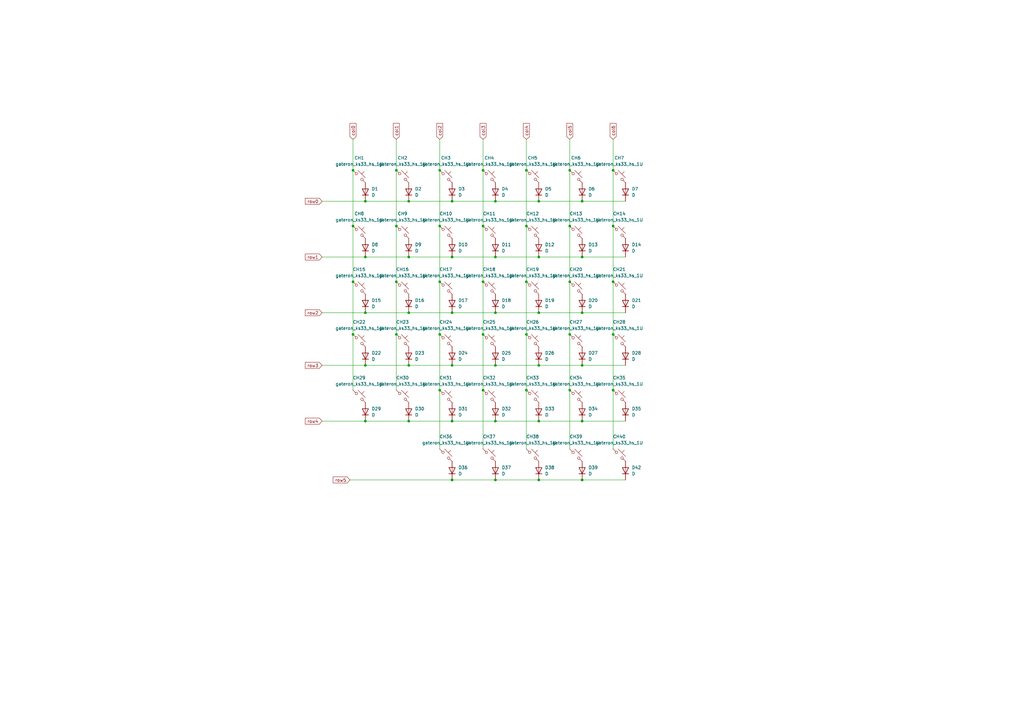
<source format=kicad_sch>
(kicad_sch (version 20250114) (generator "eeschema") (generator_version "9.0")
  (paper "A3")
  (lib_symbols
    (symbol "Device:D" (pin_numbers (hide yes)) (pin_names (offset 1.016) (hide yes))
      (property "Reference" "D" (at 0 2.54 0))
      (property "Value" "D" (at 0 -2.54 0))
      (symbol "D_0_1"
        (polyline (pts (xy -1.27 1.27) (xy -1.27 -1.27)) (stroke (width 0.254)))
        (polyline (pts (xy 1.27 1.27) (xy 1.27 -1.27) (xy -1.27 0) (xy 1.27 1.27)) (stroke (width 0.254)))
        (polyline (pts (xy 1.27 0) (xy -1.27 0)))
      )
      (symbol "D_1_1"
        (pin passive line (at -3.81 0 0) (length 2.54) (name "K") (number "1"))
        (pin passive line (at 3.81 0 180) (length 2.54) (name "A") (number "2"))
      )
    )
    (symbol "PCM_marbastlib-choc:choc_v1_SW_HS_CPG135001S30" (pin_numbers (hide yes)) (pin_names (offset 1.016) (hide yes))
      (property "Reference" "CH" (at 3.048 1.016 0))
      (property "Value" "choc_v1_SW_HS" (at 0 -3.81 0))
      (symbol "choc_v1_SW_HS_CPG135001S30_0_1"
        (polyline (pts (xy -2.54 2.54) (xy -1.524 1.524) (xy -1.524 1.524)))
        (circle (center -1.1684 1.1684) (radius 0.508))
        (polyline (pts (xy -0.508 2.54) (xy 2.54 -0.508)))
        (polyline (pts (xy 1.016 1.016) (xy 2.032 2.032)))
        (circle (center 1.143 -1.1938) (radius 0.508))
        (polyline (pts (xy 1.524 -1.524) (xy 2.54 -2.54) (xy 2.54 -2.54) (xy 2.54 -2.54)))
        (pin passive line (at -2.54 2.54 0) (length 0) (name "1") (number "1"))
        (pin passive line (at 2.54 -2.54 180) (length 0) (name "2") (number "2"))
      )
    )
  )
  (junction (at 162.56 92.71))
  (junction (at 167.64 128.27))
  (junction (at 162.56 137.16))
  (junction (at 167.64 82.55))
  (junction (at 203.2 149.86))
  (junction (at 220.98 105.41))
  (junction (at 198.12 69.85))
  (junction (at 238.76 128.27))
  (junction (at 162.56 69.85))
  (junction (at 167.64 172.72))
  (junction (at 144.78 115.57))
  (junction (at 220.98 82.55))
  (junction (at 233.68 69.85))
  (junction (at 251.46 92.71))
  (junction (at 144.78 69.85))
  (junction (at 198.12 137.16))
  (junction (at 220.98 172.72))
  (junction (at 251.46 160.02))
  (junction (at 144.78 92.71))
  (junction (at 180.34 69.85))
  (junction (at 149.86 128.27))
  (junction (at 185.42 196.85))
  (junction (at 215.9 115.57))
  (junction (at 203.2 172.72))
  (junction (at 238.76 196.85))
  (junction (at 149.86 82.55))
  (junction (at 203.2 82.55))
  (junction (at 233.68 92.71))
  (junction (at 167.64 149.86))
  (junction (at 251.46 137.16))
  (junction (at 203.2 196.85))
  (junction (at 180.34 92.71))
  (junction (at 203.2 105.41))
  (junction (at 198.12 92.71))
  (junction (at 144.78 137.16))
  (junction (at 220.98 149.86))
  (junction (at 167.64 105.41))
  (junction (at 220.98 128.27))
  (junction (at 220.98 196.85))
  (junction (at 185.42 149.86))
  (junction (at 198.12 160.02))
  (junction (at 215.9 92.71))
  (junction (at 215.9 137.16))
  (junction (at 162.56 115.57))
  (junction (at 238.76 149.86))
  (junction (at 180.34 137.16))
  (junction (at 180.34 160.02))
  (junction (at 185.42 105.41))
  (junction (at 215.9 69.85))
  (junction (at 185.42 172.72))
  (junction (at 238.76 82.55))
  (junction (at 185.42 82.55))
  (junction (at 238.76 172.72))
  (junction (at 203.2 128.27))
  (junction (at 251.46 115.57))
  (junction (at 149.86 172.72))
  (junction (at 149.86 105.41))
  (junction (at 238.76 105.41))
  (junction (at 251.46 69.85))
  (junction (at 198.12 115.57))
  (junction (at 185.42 128.27))
  (junction (at 180.34 115.57))
  (junction (at 233.68 137.16))
  (junction (at 233.68 160.02))
  (junction (at 215.9 160.02))
  (junction (at 149.86 149.86))
  (junction (at 233.68 115.57))
  (wire (pts (xy 198.12 92.71) (xy 198.12 115.57)))
  (wire (pts (xy 180.34 160.02) (xy 180.34 184.15)))
  (wire (pts (xy 233.68 137.16) (xy 233.68 160.02)))
  (wire (pts (xy 215.9 137.16) (xy 215.9 160.02)))
  (wire (pts (xy 167.64 149.86) (xy 185.42 149.86)))
  (wire (pts (xy 215.9 115.57) (xy 215.9 137.16)))
  (wire (pts (xy 251.46 69.85) (xy 251.46 92.71)))
  (wire (pts (xy 149.86 105.41) (xy 167.64 105.41)))
  (wire (pts (xy 149.86 149.86) (xy 167.64 149.86)))
  (wire (pts (xy 251.46 160.02) (xy 251.46 184.15)))
  (wire (pts (xy 132.08 105.41) (xy 149.86 105.41)))
  (wire (pts (xy 180.34 69.85) (xy 180.34 92.71)))
  (wire (pts (xy 132.08 128.27) (xy 149.86 128.27)))
  (wire (pts (xy 180.34 92.71) (xy 180.34 115.57)))
  (wire (pts (xy 215.9 92.71) (xy 215.9 115.57)))
  (wire (pts (xy 180.34 137.16) (xy 180.34 160.02)))
  (wire (pts (xy 162.56 92.71) (xy 162.56 115.57)))
  (wire (pts (xy 185.42 82.55) (xy 203.2 82.55)))
  (wire (pts (xy 233.68 92.71) (xy 233.68 115.57)))
  (wire (pts (xy 132.08 82.55) (xy 149.86 82.55)))
  (wire (pts (xy 238.76 172.72) (xy 256.54 172.72)))
  (wire (pts (xy 162.56 115.57) (xy 162.56 137.16)))
  (wire (pts (xy 220.98 196.85) (xy 238.76 196.85)))
  (wire (pts (xy 220.98 149.86) (xy 238.76 149.86)))
  (wire (pts (xy 238.76 149.86) (xy 256.54 149.86)))
  (wire (pts (xy 233.68 115.57) (xy 233.68 137.16)))
  (wire (pts (xy 144.78 92.71) (xy 144.78 115.57)))
  (wire (pts (xy 203.2 172.72) (xy 220.98 172.72)))
  (wire (pts (xy 149.86 172.72) (xy 167.64 172.72)))
  (wire (pts (xy 203.2 196.85) (xy 220.98 196.85)))
  (wire (pts (xy 185.42 172.72) (xy 203.2 172.72)))
  (wire (pts (xy 167.64 82.55) (xy 185.42 82.55)))
  (wire (pts (xy 185.42 105.41) (xy 203.2 105.41)))
  (wire (pts (xy 203.2 82.55) (xy 220.98 82.55)))
  (wire (pts (xy 162.56 69.85) (xy 162.56 92.71)))
  (wire (pts (xy 238.76 82.55) (xy 256.54 82.55)))
  (wire (pts (xy 220.98 105.41) (xy 238.76 105.41)))
  (wire (pts (xy 215.9 57.15) (xy 215.9 69.85)))
  (wire (pts (xy 144.78 57.15) (xy 144.78 69.85)))
  (wire (pts (xy 167.64 105.41) (xy 185.42 105.41)))
  (wire (pts (xy 162.56 137.16) (xy 162.56 160.02)))
  (wire (pts (xy 251.46 92.71) (xy 251.46 115.57)))
  (wire (pts (xy 143.51 196.85) (xy 185.42 196.85)))
  (wire (pts (xy 185.42 196.85) (xy 203.2 196.85)))
  (wire (pts (xy 144.78 69.85) (xy 144.78 92.71)))
  (wire (pts (xy 233.68 69.85) (xy 233.68 92.71)))
  (wire (pts (xy 238.76 105.41) (xy 256.54 105.41)))
  (wire (pts (xy 203.2 149.86) (xy 220.98 149.86)))
  (wire (pts (xy 238.76 196.85) (xy 256.54 196.85)))
  (wire (pts (xy 220.98 82.55) (xy 238.76 82.55)))
  (wire (pts (xy 251.46 115.57) (xy 251.46 137.16)))
  (wire (pts (xy 233.68 57.15) (xy 233.68 69.85)))
  (wire (pts (xy 233.68 160.02) (xy 233.68 184.15)))
  (wire (pts (xy 203.2 105.41) (xy 220.98 105.41)))
  (wire (pts (xy 180.34 115.57) (xy 180.34 137.16)))
  (wire (pts (xy 198.12 137.16) (xy 198.12 160.02)))
  (wire (pts (xy 185.42 149.86) (xy 203.2 149.86)))
  (wire (pts (xy 144.78 137.16) (xy 144.78 160.02)))
  (wire (pts (xy 251.46 137.16) (xy 251.46 160.02)))
  (wire (pts (xy 198.12 57.15) (xy 198.12 69.85)))
  (wire (pts (xy 167.64 172.72) (xy 185.42 172.72)))
  (wire (pts (xy 203.2 128.27) (xy 220.98 128.27)))
  (wire (pts (xy 149.86 128.27) (xy 167.64 128.27)))
  (wire (pts (xy 220.98 128.27) (xy 238.76 128.27)))
  (wire (pts (xy 215.9 160.02) (xy 215.9 184.15)))
  (wire (pts (xy 149.86 82.55) (xy 167.64 82.55)))
  (wire (pts (xy 144.78 115.57) (xy 144.78 137.16)))
  (wire (pts (xy 198.12 69.85) (xy 198.12 92.71)))
  (wire (pts (xy 198.12 160.02) (xy 198.12 184.15)))
  (wire (pts (xy 238.76 128.27) (xy 256.54 128.27)))
  (wire (pts (xy 251.46 57.15) (xy 251.46 69.85)))
  (wire (pts (xy 215.9 69.85) (xy 215.9 92.71)))
  (wire (pts (xy 132.08 172.72) (xy 149.86 172.72)))
  (wire (pts (xy 180.34 57.15) (xy 180.34 69.85)))
  (wire (pts (xy 132.08 149.86) (xy 149.86 149.86)))
  (wire (pts (xy 162.56 57.15) (xy 162.56 69.85)))
  (wire (pts (xy 198.12 115.57) (xy 198.12 137.16)))
  (wire (pts (xy 220.98 172.72) (xy 238.76 172.72)))
  (wire (pts (xy 185.42 128.27) (xy 203.2 128.27)))
  (wire (pts (xy 167.64 128.27) (xy 185.42 128.27)))
  (global_label "col2" (shape input) (at 180.34 57.15 90) (property "Intersheetrefs" "${INTERSHEET_REFS}" (effects (hide yes))))
  (global_label "col1" (shape input) (at 162.56 57.15 90) (property "Intersheetrefs" "${INTERSHEET_REFS}" (effects (hide yes))))
  (global_label "row4" (shape input) (at 132.08 172.72 180) (property "Intersheetrefs" "${INTERSHEET_REFS}" (effects (hide yes))))
  (global_label "row0" (shape input) (at 132.08 82.55 180) (property "Intersheetrefs" "${INTERSHEET_REFS}" (effects (hide yes))))
  (global_label "col6" (shape input) (at 251.46 57.15 90) (property "Intersheetrefs" "${INTERSHEET_REFS}" (effects (hide yes))))
  (global_label "row3" (shape input) (at 132.08 149.86 180) (property "Intersheetrefs" "${INTERSHEET_REFS}" (effects (hide yes))))
  (global_label "col4" (shape input) (at 215.9 57.15 90) (property "Intersheetrefs" "${INTERSHEET_REFS}" (effects (hide yes))))
  (global_label "col3" (shape input) (at 198.12 57.15 90) (property "Intersheetrefs" "${INTERSHEET_REFS}" (effects (hide yes))))
  (global_label "row2" (shape input) (at 132.08 128.27 180) (property "Intersheetrefs" "${INTERSHEET_REFS}" (effects (hide yes))))
  (global_label "col0" (shape input) (at 144.78 57.15 90) (property "Intersheetrefs" "${INTERSHEET_REFS}" (effects (hide yes))))
  (global_label "row5" (shape input) (at 143.51 196.85 180) (property "Intersheetrefs" "${INTERSHEET_REFS}" (effects (hide yes))))
  (global_label "row1" (shape input) (at 132.08 105.41 180) (property "Intersheetrefs" "${INTERSHEET_REFS}" (effects (hide yes))))
  (global_label "col5" (shape input) (at 233.68 57.15 90) (property "Intersheetrefs" "${INTERSHEET_REFS}" (effects (hide yes))))
  (symbol (lib_id "Device:D") (at 167.64 124.46 90) (unit 1)
    (property "Reference" "D16" (at 170.18 123.1899 90) (effects (justify right)))
    (property "Value" "D" (at 170.18 125.7299 90) (effects (justify right)))
    (property "Footprint" "Diode_SMD:D_SOD-123" (effects (hide yes)))
    (property "Description" "Diode" (effects (hide yes)))
    (property "Sim.Device" "D" (effects (hide yes)))
    (property "Sim.Pins" "1=K 2=A" (effects (hide yes)))
  )
  (symbol (lib_id "Device:D") (at 185.42 168.91 90) (unit 1)
    (property "Reference" "D31" (at 187.96 167.6399 90) (effects (justify right)))
    (property "Value" "D" (at 187.96 170.1799 90) (effects (justify right)))
    (property "Footprint" "Diode_SMD:D_SOD-123" (effects (hide yes)))
    (property "Description" "Diode" (effects (hide yes)))
    (property "Sim.Device" "D" (effects (hide yes)))
    (property "Sim.Pins" "1=K 2=A" (effects (hide yes)))
  )
  (symbol (lib_id "PCM_marbastlib-choc:choc_v1_SW_HS_CPG135001S30") (at 147.32 162.56 0) (unit 1)
    (property "Reference" "CH29" (at 147.32 154.94 0))
    (property "Value" "gateron_ks33_hs_1U" (at 147.32 157.48 0))
    (property "Footprint" "ModHob:KS33_Choc-v2_HS_1U" (effects (hide yes)))
    (property "Description" "Push button switch, normally open, two pins, 45° tilted" (effects (hide yes)))
  )
  (symbol (lib_id "PCM_marbastlib-choc:choc_v1_SW_HS_CPG135001S30") (at 236.22 186.69 0) (unit 1)
    (property "Reference" "CH39" (at 236.22 179.07 0))
    (property "Value" "gateron_ks33_hs_1U" (at 236.22 181.61 0))
    (property "Footprint" "ModHob:KS33_Choc-v2_HS_1U" (effects (hide yes)))
    (property "Description" "Push button switch, normally open, two pins, 45° tilted" (effects (hide yes)))
  )
  (symbol (lib_id "Device:D") (at 238.76 146.05 90) (unit 1)
    (property "Reference" "D27" (at 241.3 144.7799 90) (effects (justify right)))
    (property "Value" "D" (at 241.3 147.3199 90) (effects (justify right)))
    (property "Footprint" "Diode_SMD:D_SOD-123" (effects (hide yes)))
    (property "Description" "Diode" (effects (hide yes)))
    (property "Sim.Device" "D" (effects (hide yes)))
    (property "Sim.Pins" "1=K 2=A" (effects (hide yes)))
  )
  (symbol (lib_id "Device:D") (at 203.2 146.05 90) (unit 1)
    (property "Reference" "D25" (at 205.74 144.7799 90) (effects (justify right)))
    (property "Value" "D" (at 205.74 147.3199 90) (effects (justify right)))
    (property "Footprint" "Diode_SMD:D_SOD-123" (effects (hide yes)))
    (property "Description" "Diode" (effects (hide yes)))
    (property "Sim.Device" "D" (effects (hide yes)))
    (property "Sim.Pins" "1=K 2=A" (effects (hide yes)))
  )
  (symbol (lib_id "PCM_marbastlib-choc:choc_v1_SW_HS_CPG135001S30") (at 236.22 95.25 0) (unit 1)
    (property "Reference" "CH13" (at 236.22 87.63 0))
    (property "Value" "gateron_ks33_hs_1U" (at 236.22 90.17 0))
    (property "Footprint" "ModHob:KS33_Choc-v2_HS_1U" (effects (hide yes)))
    (property "Description" "Push button switch, normally open, two pins, 45° tilted" (effects (hide yes)))
  )
  (symbol (lib_id "Device:D") (at 203.2 124.46 90) (unit 1)
    (property "Reference" "D18" (at 205.74 123.1899 90) (effects (justify right)))
    (property "Value" "D" (at 205.74 125.7299 90) (effects (justify right)))
    (property "Footprint" "Diode_SMD:D_SOD-123" (effects (hide yes)))
    (property "Description" "Diode" (effects (hide yes)))
    (property "Sim.Device" "D" (effects (hide yes)))
    (property "Sim.Pins" "1=K 2=A" (effects (hide yes)))
  )
  (symbol (lib_id "Device:D") (at 167.64 101.6 90) (unit 1)
    (property "Reference" "D9" (at 170.18 100.3299 90) (effects (justify right)))
    (property "Value" "D" (at 170.18 102.8699 90) (effects (justify right)))
    (property "Footprint" "Diode_SMD:D_SOD-123" (effects (hide yes)))
    (property "Description" "Diode" (effects (hide yes)))
    (property "Sim.Device" "D" (effects (hide yes)))
    (property "Sim.Pins" "1=K 2=A" (effects (hide yes)))
  )
  (symbol (lib_id "Device:D") (at 256.54 78.74 90) (unit 1)
    (property "Reference" "D7" (at 259.08 77.4699 90) (effects (justify right)))
    (property "Value" "D" (at 259.08 80.0099 90) (effects (justify right)))
    (property "Footprint" "Diode_SMD:D_SOD-123" (effects (hide yes)))
    (property "Description" "Diode" (effects (hide yes)))
    (property "Sim.Device" "D" (effects (hide yes)))
    (property "Sim.Pins" "1=K 2=A" (effects (hide yes)))
  )
  (symbol (lib_id "PCM_marbastlib-choc:choc_v1_SW_HS_CPG135001S30") (at 182.88 118.11 0) (unit 1)
    (property "Reference" "CH17" (at 182.88 110.49 0))
    (property "Value" "gateron_ks33_hs_1U" (at 182.88 113.03 0))
    (property "Footprint" "ModHob:KS33_Choc-v2_HS_1U" (effects (hide yes)))
    (property "Description" "Push button switch, normally open, two pins, 45° tilted" (effects (hide yes)))
  )
  (symbol (lib_id "Device:D") (at 167.64 168.91 90) (unit 1)
    (property "Reference" "D30" (at 170.18 167.6399 90) (effects (justify right)))
    (property "Value" "D" (at 170.18 170.1799 90) (effects (justify right)))
    (property "Footprint" "Diode_SMD:D_SOD-123" (effects (hide yes)))
    (property "Description" "Diode" (effects (hide yes)))
    (property "Sim.Device" "D" (effects (hide yes)))
    (property "Sim.Pins" "1=K 2=A" (effects (hide yes)))
  )
  (symbol (lib_id "PCM_marbastlib-choc:choc_v1_SW_HS_CPG135001S30") (at 165.1 95.25 0) (unit 1)
    (property "Reference" "CH9" (at 165.1 87.63 0))
    (property "Value" "gateron_ks33_hs_1U" (at 165.1 90.17 0))
    (property "Footprint" "ModHob:KS33_Choc-v2_HS_1.5U" (effects (hide yes)))
    (property "Description" "Push button switch, normally open, two pins, 45° tilted" (effects (hide yes)))
  )
  (symbol (lib_id "Device:D") (at 238.76 101.6 90) (unit 1)
    (property "Reference" "D13" (at 241.3 100.3299 90) (effects (justify right)))
    (property "Value" "D" (at 241.3 102.8699 90) (effects (justify right)))
    (property "Footprint" "Diode_SMD:D_SOD-123" (effects (hide yes)))
    (property "Description" "Diode" (effects (hide yes)))
    (property "Sim.Device" "D" (effects (hide yes)))
    (property "Sim.Pins" "1=K 2=A" (effects (hide yes)))
  )
  (symbol (lib_id "PCM_marbastlib-choc:choc_v1_SW_HS_CPG135001S30") (at 236.22 139.7 0) (unit 1)
    (property "Reference" "CH27" (at 236.22 132.08 0))
    (property "Value" "gateron_ks33_hs_1U" (at 236.22 134.62 0))
    (property "Footprint" "ModHob:KS33_Choc-v2_HS_1U" (effects (hide yes)))
    (property "Description" "Push button switch, normally open, two pins, 45° tilted" (effects (hide yes)))
  )
  (symbol (lib_id "PCM_marbastlib-choc:choc_v1_SW_HS_CPG135001S30") (at 236.22 162.56 0) (unit 1)
    (property "Reference" "CH34" (at 236.22 154.94 0))
    (property "Value" "gateron_ks33_hs_1U" (at 236.22 157.48 0))
    (property "Footprint" "ModHob:KS33_Choc-v2_HS_1U" (effects (hide yes)))
    (property "Description" "Push button switch, normally open, two pins, 45° tilted" (effects (hide yes)))
  )
  (symbol (lib_id "Device:D") (at 256.54 146.05 90) (unit 1)
    (property "Reference" "D28" (at 259.08 144.7799 90) (effects (justify right)))
    (property "Value" "D" (at 259.08 147.3199 90) (effects (justify right)))
    (property "Footprint" "Diode_SMD:D_SOD-123" (effects (hide yes)))
    (property "Description" "Diode" (effects (hide yes)))
    (property "Sim.Device" "D" (effects (hide yes)))
    (property "Sim.Pins" "1=K 2=A" (effects (hide yes)))
  )
  (symbol (lib_id "PCM_marbastlib-choc:choc_v1_SW_HS_CPG135001S30") (at 200.66 72.39 0) (unit 1)
    (property "Reference" "CH4" (at 200.66 64.77 0))
    (property "Value" "gateron_ks33_hs_1U" (at 200.66 67.31 0))
    (property "Footprint" "ModHob:KS33_Choc-v2_HS_1U" (effects (hide yes)))
    (property "Description" "Push button switch, normally open, two pins, 45° tilted" (effects (hide yes)))
  )
  (symbol (lib_id "PCM_marbastlib-choc:choc_v1_SW_HS_CPG135001S30") (at 254 139.7 0) (unit 1)
    (property "Reference" "CH28" (at 254 132.08 0))
    (property "Value" "gateron_ks33_hs_1U" (at 254 134.62 0))
    (property "Footprint" "ModHob:KS33_Choc-v2_HS_1U" (effects (hide yes)))
    (property "Description" "Push button switch, normally open, two pins, 45° tilted" (effects (hide yes)))
  )
  (symbol (lib_id "Device:D") (at 149.86 124.46 90) (unit 1)
    (property "Reference" "D15" (at 152.4 123.1899 90) (effects (justify right)))
    (property "Value" "D" (at 152.4 125.7299 90) (effects (justify right)))
    (property "Footprint" "Diode_SMD:D_SOD-123" (effects (hide yes)))
    (property "Description" "Diode" (effects (hide yes)))
    (property "Sim.Device" "D" (effects (hide yes)))
    (property "Sim.Pins" "1=K 2=A" (effects (hide yes)))
  )
  (symbol (lib_id "Device:D") (at 149.86 168.91 90) (unit 1)
    (property "Reference" "D29" (at 152.4 167.6399 90) (effects (justify right)))
    (property "Value" "D" (at 152.4 170.1799 90) (effects (justify right)))
    (property "Footprint" "Diode_SMD:D_SOD-123" (effects (hide yes)))
    (property "Description" "Diode" (effects (hide yes)))
    (property "Sim.Device" "D" (effects (hide yes)))
    (property "Sim.Pins" "1=K 2=A" (effects (hide yes)))
  )
  (symbol (lib_id "Device:D") (at 203.2 101.6 90) (unit 1)
    (property "Reference" "D11" (at 205.74 100.3299 90) (effects (justify right)))
    (property "Value" "D" (at 205.74 102.8699 90) (effects (justify right)))
    (property "Footprint" "Diode_SMD:D_SOD-123" (effects (hide yes)))
    (property "Description" "Diode" (effects (hide yes)))
    (property "Sim.Device" "D" (effects (hide yes)))
    (property "Sim.Pins" "1=K 2=A" (effects (hide yes)))
  )
  (symbol (lib_id "PCM_marbastlib-choc:choc_v1_SW_HS_CPG135001S30") (at 147.32 118.11 0) (unit 1)
    (property "Reference" "CH15" (at 147.32 110.49 0))
    (property "Value" "gateron_ks33_hs_1U" (at 147.32 113.03 0))
    (property "Footprint" "ModHob:KS33_Choc-v2_HS_1U" (effects (hide yes)))
    (property "Description" "Push button switch, normally open, two pins, 45° tilted" (effects (hide yes)))
  )
  (symbol (lib_id "PCM_marbastlib-choc:choc_v1_SW_HS_CPG135001S30") (at 254 186.69 0) (unit 1)
    (property "Reference" "CH40" (at 254 179.07 0))
    (property "Value" "gateron_ks33_hs_1U" (at 254 181.61 0))
    (property "Footprint" "ModHob:KS33_Choc-v2_HS_1U" (effects (hide yes)))
    (property "Description" "Push button switch, normally open, two pins, 45° tilted" (effects (hide yes)))
  )
  (symbol (lib_id "PCM_marbastlib-choc:choc_v1_SW_HS_CPG135001S30") (at 218.44 139.7 0) (unit 1)
    (property "Reference" "CH26" (at 218.44 132.08 0))
    (property "Value" "gateron_ks33_hs_1U" (at 218.44 134.62 0))
    (property "Footprint" "ModHob:KS33_Choc-v2_HS_1U" (effects (hide yes)))
    (property "Description" "Push button switch, normally open, two pins, 45° tilted" (effects (hide yes)))
  )
  (symbol (lib_id "PCM_marbastlib-choc:choc_v1_SW_HS_CPG135001S30") (at 165.1 162.56 0) (unit 1)
    (property "Reference" "CH30" (at 165.1 154.94 0))
    (property "Value" "gateron_ks33_hs_1U" (at 165.1 157.48 0))
    (property "Footprint" "ModHob:KS33_Choc-v2_HS_1.5U" (effects (hide yes)))
    (property "Description" "Push button switch, normally open, two pins, 45° tilted" (effects (hide yes)))
  )
  (symbol (lib_id "PCM_marbastlib-choc:choc_v1_SW_HS_CPG135001S30") (at 236.22 118.11 0) (unit 1)
    (property "Reference" "CH20" (at 236.22 110.49 0))
    (property "Value" "gateron_ks33_hs_1U" (at 236.22 113.03 0))
    (property "Footprint" "ModHob:KS33_Choc-v2_HS_1U" (effects (hide yes)))
    (property "Description" "Push button switch, normally open, two pins, 45° tilted" (effects (hide yes)))
  )
  (symbol (lib_id "Device:D") (at 256.54 168.91 90) (unit 1)
    (property "Reference" "D35" (at 259.08 167.6399 90) (effects (justify right)))
    (property "Value" "D" (at 259.08 170.1799 90) (effects (justify right)))
    (property "Footprint" "Diode_SMD:D_SOD-123" (effects (hide yes)))
    (property "Description" "Diode" (effects (hide yes)))
    (property "Sim.Device" "D" (effects (hide yes)))
    (property "Sim.Pins" "1=K 2=A" (effects (hide yes)))
  )
  (symbol (lib_id "PCM_marbastlib-choc:choc_v1_SW_HS_CPG135001S30") (at 254 162.56 0) (unit 1)
    (property "Reference" "CH35" (at 254 154.94 0))
    (property "Value" "gateron_ks33_hs_1U" (at 254 157.48 0))
    (property "Footprint" "ModHob:KS33_Choc-v2_HS_1U" (effects (hide yes)))
    (property "Description" "Push button switch, normally open, two pins, 45° tilted" (effects (hide yes)))
  )
  (symbol (lib_id "PCM_marbastlib-choc:choc_v1_SW_HS_CPG135001S30") (at 165.1 72.39 0) (unit 1)
    (property "Reference" "CH2" (at 165.1 64.77 0))
    (property "Value" "gateron_ks33_hs_1U" (at 165.1 67.31 0))
    (property "Footprint" "ModHob:KS33_Choc-v2_HS_1.5U" (effects (hide yes)))
    (property "Description" "Push button switch, normally open, two pins, 45° tilted" (effects (hide yes)))
  )
  (symbol (lib_id "PCM_marbastlib-choc:choc_v1_SW_HS_CPG135001S30") (at 182.88 186.69 0) (unit 1)
    (property "Reference" "CH36" (at 182.88 179.07 0))
    (property "Value" "gateron_ks33_hs_1U" (at 182.88 181.61 0))
    (property "Footprint" "ModHob:KS33_Choc-v2_HS_1.5U" (effects (hide yes)))
    (property "Description" "Push button switch, normally open, two pins, 45° tilted" (effects (hide yes)))
  )
  (symbol (lib_id "PCM_marbastlib-choc:choc_v1_SW_HS_CPG135001S30") (at 147.32 72.39 0) (unit 1)
    (property "Reference" "CH1" (at 147.32 64.77 0))
    (property "Value" "gateron_ks33_hs_1U" (at 147.32 67.31 0))
    (property "Footprint" "ModHob:KS33_Choc-v2_HS_1U" (effects (hide yes)))
    (property "Description" "Push button switch, normally open, two pins, 45° tilted" (effects (hide yes)))
  )
  (symbol (lib_id "PCM_marbastlib-choc:choc_v1_SW_HS_CPG135001S30") (at 218.44 186.69 0) (unit 1)
    (property "Reference" "CH38" (at 218.44 179.07 0))
    (property "Value" "gateron_ks33_hs_1U" (at 218.44 181.61 0))
    (property "Footprint" "ModHob:KS33_Choc-v2_HS_1.5U" (effects (hide yes)))
    (property "Description" "Push button switch, normally open, two pins, 45° tilted" (effects (hide yes)))
  )
  (symbol (lib_id "Device:D") (at 149.86 146.05 90) (unit 1)
    (property "Reference" "D22" (at 152.4 144.7799 90) (effects (justify right)))
    (property "Value" "D" (at 152.4 147.3199 90) (effects (justify right)))
    (property "Footprint" "Diode_SMD:D_SOD-123" (effects (hide yes)))
    (property "Description" "Diode" (effects (hide yes)))
    (property "Sim.Device" "D" (effects (hide yes)))
    (property "Sim.Pins" "1=K 2=A" (effects (hide yes)))
  )
  (symbol (lib_id "Device:D") (at 185.42 101.6 90) (unit 1)
    (property "Reference" "D10" (at 187.96 100.3299 90) (effects (justify right)))
    (property "Value" "D" (at 187.96 102.8699 90) (effects (justify right)))
    (property "Footprint" "Diode_SMD:D_SOD-123" (effects (hide yes)))
    (property "Description" "Diode" (effects (hide yes)))
    (property "Sim.Device" "D" (effects (hide yes)))
    (property "Sim.Pins" "1=K 2=A" (effects (hide yes)))
  )
  (symbol (lib_id "Device:D") (at 220.98 168.91 90) (unit 1)
    (property "Reference" "D33" (at 223.52 167.6399 90) (effects (justify right)))
    (property "Value" "D" (at 223.52 170.1799 90) (effects (justify right)))
    (property "Footprint" "Diode_SMD:D_SOD-123" (effects (hide yes)))
    (property "Description" "Diode" (effects (hide yes)))
    (property "Sim.Device" "D" (effects (hide yes)))
    (property "Sim.Pins" "1=K 2=A" (effects (hide yes)))
  )
  (symbol (lib_id "Device:D") (at 256.54 193.04 90) (unit 1)
    (property "Reference" "D42" (at 259.08 191.7699 90) (effects (justify right)))
    (property "Value" "D" (at 259.08 194.3099 90) (effects (justify right)))
    (property "Footprint" "Diode_SMD:D_SOD-123" (effects (hide yes)))
    (property "Description" "Diode" (effects (hide yes)))
    (property "Sim.Device" "D" (effects (hide yes)))
    (property "Sim.Pins" "1=K 2=A" (effects (hide yes)))
  )
  (symbol (lib_id "PCM_marbastlib-choc:choc_v1_SW_HS_CPG135001S30") (at 218.44 118.11 0) (unit 1)
    (property "Reference" "CH19" (at 218.44 110.49 0))
    (property "Value" "gateron_ks33_hs_1U" (at 218.44 113.03 0))
    (property "Footprint" "ModHob:KS33_Choc-v2_HS_1U" (effects (hide yes)))
    (property "Description" "Push button switch, normally open, two pins, 45° tilted" (effects (hide yes)))
  )
  (symbol (lib_id "Device:D") (at 256.54 101.6 90) (unit 1)
    (property "Reference" "D14" (at 259.08 100.3299 90) (effects (justify right)))
    (property "Value" "D" (at 259.08 102.8699 90) (effects (justify right)))
    (property "Footprint" "Diode_SMD:D_SOD-123" (effects (hide yes)))
    (property "Description" "Diode" (effects (hide yes)))
    (property "Sim.Device" "D" (effects (hide yes)))
    (property "Sim.Pins" "1=K 2=A" (effects (hide yes)))
  )
  (symbol (lib_id "PCM_marbastlib-choc:choc_v1_SW_HS_CPG135001S30") (at 254 72.39 0) (unit 1)
    (property "Reference" "CH7" (at 254 64.77 0))
    (property "Value" "gateron_ks33_hs_1U" (at 254 67.31 0))
    (property "Footprint" "ModHob:KS33_Choc-v2_HS_1U" (effects (hide yes)))
    (property "Description" "Push button switch, normally open, two pins, 45° tilted" (effects (hide yes)))
  )
  (symbol (lib_id "PCM_marbastlib-choc:choc_v1_SW_HS_CPG135001S30") (at 200.66 162.56 0) (unit 1)
    (property "Reference" "CH32" (at 200.66 154.94 0))
    (property "Value" "gateron_ks33_hs_1U" (at 200.66 157.48 0))
    (property "Footprint" "ModHob:KS33_Choc-v2_HS_1U" (effects (hide yes)))
    (property "Description" "Push button switch, normally open, two pins, 45° tilted" (effects (hide yes)))
  )
  (symbol (lib_id "PCM_marbastlib-choc:choc_v1_SW_HS_CPG135001S30") (at 200.66 118.11 0) (unit 1)
    (property "Reference" "CH18" (at 200.66 110.49 0))
    (property "Value" "gateron_ks33_hs_1U" (at 200.66 113.03 0))
    (property "Footprint" "ModHob:KS33_Choc-v2_HS_1U" (effects (hide yes)))
    (property "Description" "Push button switch, normally open, two pins, 45° tilted" (effects (hide yes)))
  )
  (symbol (lib_id "PCM_marbastlib-choc:choc_v1_SW_HS_CPG135001S30") (at 218.44 95.25 0) (unit 1)
    (property "Reference" "CH12" (at 218.44 87.63 0))
    (property "Value" "gateron_ks33_hs_1U" (at 218.44 90.17 0))
    (property "Footprint" "ModHob:KS33_Choc-v2_HS_1U" (effects (hide yes)))
    (property "Description" "Push button switch, normally open, two pins, 45° tilted" (effects (hide yes)))
  )
  (symbol (lib_id "Device:D") (at 203.2 168.91 90) (unit 1)
    (property "Reference" "D32" (at 205.74 167.6399 90) (effects (justify right)))
    (property "Value" "D" (at 205.74 170.1799 90) (effects (justify right)))
    (property "Footprint" "Diode_SMD:D_SOD-123" (effects (hide yes)))
    (property "Description" "Diode" (effects (hide yes)))
    (property "Sim.Device" "D" (effects (hide yes)))
    (property "Sim.Pins" "1=K 2=A" (effects (hide yes)))
  )
  (symbol (lib_id "Device:D") (at 238.76 168.91 90) (unit 1)
    (property "Reference" "D34" (at 241.3 167.6399 90) (effects (justify right)))
    (property "Value" "D" (at 241.3 170.1799 90) (effects (justify right)))
    (property "Footprint" "Diode_SMD:D_SOD-123" (effects (hide yes)))
    (property "Description" "Diode" (effects (hide yes)))
    (property "Sim.Device" "D" (effects (hide yes)))
    (property "Sim.Pins" "1=K 2=A" (effects (hide yes)))
  )
  (symbol (lib_id "Device:D") (at 167.64 146.05 90) (unit 1)
    (property "Reference" "D23" (at 170.18 144.7799 90) (effects (justify right)))
    (property "Value" "D" (at 170.18 147.3199 90) (effects (justify right)))
    (property "Footprint" "Diode_SMD:D_SOD-123" (effects (hide yes)))
    (property "Description" "Diode" (effects (hide yes)))
    (property "Sim.Device" "D" (effects (hide yes)))
    (property "Sim.Pins" "1=K 2=A" (effects (hide yes)))
  )
  (symbol (lib_id "Device:D") (at 185.42 124.46 90) (unit 1)
    (property "Reference" "D17" (at 187.96 123.1899 90) (effects (justify right)))
    (property "Value" "D" (at 187.96 125.7299 90) (effects (justify right)))
    (property "Footprint" "Diode_SMD:D_SOD-123" (effects (hide yes)))
    (property "Description" "Diode" (effects (hide yes)))
    (property "Sim.Device" "D" (effects (hide yes)))
    (property "Sim.Pins" "1=K 2=A" (effects (hide yes)))
  )
  (symbol (lib_id "Device:D") (at 220.98 146.05 90) (unit 1)
    (property "Reference" "D26" (at 223.52 144.7799 90) (effects (justify right)))
    (property "Value" "D" (at 223.52 147.3199 90) (effects (justify right)))
    (property "Footprint" "Diode_SMD:D_SOD-123" (effects (hide yes)))
    (property "Description" "Diode" (effects (hide yes)))
    (property "Sim.Device" "D" (effects (hide yes)))
    (property "Sim.Pins" "1=K 2=A" (effects (hide yes)))
  )
  (symbol (lib_id "Device:D") (at 149.86 78.74 90) (unit 1)
    (property "Reference" "D1" (at 152.4 77.4699 90) (effects (justify right)))
    (property "Value" "D" (at 152.4 80.0099 90) (effects (justify right)))
    (property "Footprint" "Diode_SMD:D_SOD-123" (effects (hide yes)))
    (property "Description" "Diode" (effects (hide yes)))
    (property "Sim.Device" "D" (effects (hide yes)))
    (property "Sim.Pins" "1=K 2=A" (effects (hide yes)))
  )
  (symbol (lib_id "PCM_marbastlib-choc:choc_v1_SW_HS_CPG135001S30") (at 165.1 139.7 0) (unit 1)
    (property "Reference" "CH23" (at 165.1 132.08 0))
    (property "Value" "gateron_ks33_hs_1U" (at 165.1 134.62 0))
    (property "Footprint" "ModHob:KS33_Choc-v2_HS_1.5U" (effects (hide yes)))
    (property "Description" "Push button switch, normally open, two pins, 45° tilted" (effects (hide yes)))
  )
  (symbol (lib_id "Device:D") (at 238.76 78.74 90) (unit 1)
    (property "Reference" "D6" (at 241.3 77.4699 90) (effects (justify right)))
    (property "Value" "D" (at 241.3 80.0099 90) (effects (justify right)))
    (property "Footprint" "Diode_SMD:D_SOD-123" (effects (hide yes)))
    (property "Description" "Diode" (effects (hide yes)))
    (property "Sim.Device" "D" (effects (hide yes)))
    (property "Sim.Pins" "1=K 2=A" (effects (hide yes)))
  )
  (symbol (lib_id "PCM_marbastlib-choc:choc_v1_SW_HS_CPG135001S30") (at 200.66 139.7 0) (unit 1)
    (property "Reference" "CH25" (at 200.66 132.08 0))
    (property "Value" "gateron_ks33_hs_1U" (at 200.66 134.62 0))
    (property "Footprint" "ModHob:KS33_Choc-v2_HS_1U" (effects (hide yes)))
    (property "Description" "Push button switch, normally open, two pins, 45° tilted" (effects (hide yes)))
  )
  (symbol (lib_id "Device:D") (at 220.98 101.6 90) (unit 1)
    (property "Reference" "D12" (at 223.52 100.3299 90) (effects (justify right)))
    (property "Value" "D" (at 223.52 102.8699 90) (effects (justify right)))
    (property "Footprint" "Diode_SMD:D_SOD-123" (effects (hide yes)))
    (property "Description" "Diode" (effects (hide yes)))
    (property "Sim.Device" "D" (effects (hide yes)))
    (property "Sim.Pins" "1=K 2=A" (effects (hide yes)))
  )
  (symbol (lib_id "Device:D") (at 167.64 78.74 90) (unit 1)
    (property "Reference" "D2" (at 170.18 77.4699 90) (effects (justify right)))
    (property "Value" "D" (at 170.18 80.0099 90) (effects (justify right)))
    (property "Footprint" "Diode_SMD:D_SOD-123" (effects (hide yes)))
    (property "Description" "Diode" (effects (hide yes)))
    (property "Sim.Device" "D" (effects (hide yes)))
    (property "Sim.Pins" "1=K 2=A" (effects (hide yes)))
  )
  (symbol (lib_id "Device:D") (at 220.98 78.74 90) (unit 1)
    (property "Reference" "D5" (at 223.52 77.4699 90) (effects (justify right)))
    (property "Value" "D" (at 223.52 80.0099 90) (effects (justify right)))
    (property "Footprint" "Diode_SMD:D_SOD-123" (effects (hide yes)))
    (property "Description" "Diode" (effects (hide yes)))
    (property "Sim.Device" "D" (effects (hide yes)))
    (property "Sim.Pins" "1=K 2=A" (effects (hide yes)))
  )
  (symbol (lib_id "Device:D") (at 256.54 124.46 90) (unit 1)
    (property "Reference" "D21" (at 259.08 123.1899 90) (effects (justify right)))
    (property "Value" "D" (at 259.08 125.7299 90) (effects (justify right)))
    (property "Footprint" "Diode_SMD:D_SOD-123" (effects (hide yes)))
    (property "Description" "Diode" (effects (hide yes)))
    (property "Sim.Device" "D" (effects (hide yes)))
    (property "Sim.Pins" "1=K 2=A" (effects (hide yes)))
  )
  (symbol (lib_id "PCM_marbastlib-choc:choc_v1_SW_HS_CPG135001S30") (at 254 95.25 0) (unit 1)
    (property "Reference" "CH14" (at 254 87.63 0))
    (property "Value" "gateron_ks33_hs_1U" (at 254 90.17 0))
    (property "Footprint" "ModHob:KS33_Choc-v2_HS_1U" (effects (hide yes)))
    (property "Description" "Push button switch, normally open, two pins, 45° tilted" (effects (hide yes)))
  )
  (symbol (lib_id "Device:D") (at 185.42 78.74 90) (unit 1)
    (property "Reference" "D3" (at 187.96 77.4699 90) (effects (justify right)))
    (property "Value" "D" (at 187.96 80.0099 90) (effects (justify right)))
    (property "Footprint" "Diode_SMD:D_SOD-123" (effects (hide yes)))
    (property "Description" "Diode" (effects (hide yes)))
    (property "Sim.Device" "D" (effects (hide yes)))
    (property "Sim.Pins" "1=K 2=A" (effects (hide yes)))
  )
  (symbol (lib_id "Device:D") (at 238.76 193.04 90) (unit 1)
    (property "Reference" "D39" (at 241.3 191.7699 90) (effects (justify right)))
    (property "Value" "D" (at 241.3 194.3099 90) (effects (justify right)))
    (property "Footprint" "Diode_SMD:D_SOD-123" (effects (hide yes)))
    (property "Description" "Diode" (effects (hide yes)))
    (property "Sim.Device" "D" (effects (hide yes)))
    (property "Sim.Pins" "1=K 2=A" (effects (hide yes)))
  )
  (symbol (lib_id "PCM_marbastlib-choc:choc_v1_SW_HS_CPG135001S30") (at 236.22 72.39 0) (unit 1)
    (property "Reference" "CH6" (at 236.22 64.77 0))
    (property "Value" "gateron_ks33_hs_1U" (at 236.22 67.31 0))
    (property "Footprint" "ModHob:KS33_Choc-v2_HS_1U" (effects (hide yes)))
    (property "Description" "Push button switch, normally open, two pins, 45° tilted" (effects (hide yes)))
  )
  (symbol (lib_id "PCM_marbastlib-choc:choc_v1_SW_HS_CPG135001S30") (at 165.1 118.11 0) (unit 1)
    (property "Reference" "CH16" (at 165.1 110.49 0))
    (property "Value" "gateron_ks33_hs_1U" (at 165.1 113.03 0))
    (property "Footprint" "ModHob:KS33_Choc-v2_HS_1.5U" (effects (hide yes)))
    (property "Description" "Push button switch, normally open, two pins, 45° tilted" (effects (hide yes)))
  )
  (symbol (lib_id "PCM_marbastlib-choc:choc_v1_SW_HS_CPG135001S30") (at 182.88 72.39 0) (unit 1)
    (property "Reference" "CH3" (at 182.88 64.77 0))
    (property "Value" "gateron_ks33_hs_1U" (at 182.88 67.31 0))
    (property "Footprint" "ModHob:KS33_Choc-v2_HS_1U" (effects (hide yes)))
    (property "Description" "Push button switch, normally open, two pins, 45° tilted" (effects (hide yes)))
  )
  (symbol (lib_id "PCM_marbastlib-choc:choc_v1_SW_HS_CPG135001S30") (at 200.66 186.69 0) (unit 1)
    (property "Reference" "CH37" (at 200.66 179.07 0))
    (property "Value" "gateron_ks33_hs_1U" (at 200.66 181.61 0))
    (property "Footprint" "ModHob:KS33_Choc-v2_HS_1.5U" (effects (hide yes)))
    (property "Description" "Push button switch, normally open, two pins, 45° tilted" (effects (hide yes)))
  )
  (symbol (lib_id "Device:D") (at 203.2 78.74 90) (unit 1)
    (property "Reference" "D4" (at 205.74 77.4699 90) (effects (justify right)))
    (property "Value" "D" (at 205.74 80.0099 90) (effects (justify right)))
    (property "Footprint" "Diode_SMD:D_SOD-123" (effects (hide yes)))
    (property "Description" "Diode" (effects (hide yes)))
    (property "Sim.Device" "D" (effects (hide yes)))
    (property "Sim.Pins" "1=K 2=A" (effects (hide yes)))
  )
  (symbol (lib_id "PCM_marbastlib-choc:choc_v1_SW_HS_CPG135001S30") (at 147.32 139.7 0) (unit 1)
    (property "Reference" "CH22" (at 147.32 132.08 0))
    (property "Value" "gateron_ks33_hs_1U" (at 147.32 134.62 0))
    (property "Footprint" "ModHob:KS33_Choc-v2_HS_1U" (effects (hide yes)))
    (property "Description" "Push button switch, normally open, two pins, 45° tilted" (effects (hide yes)))
  )
  (symbol (lib_id "PCM_marbastlib-choc:choc_v1_SW_HS_CPG135001S30") (at 254 118.11 0) (unit 1)
    (property "Reference" "CH21" (at 254 110.49 0))
    (property "Value" "gateron_ks33_hs_1U" (at 254 113.03 0))
    (property "Footprint" "ModHob:KS33_Choc-v2_HS_1U" (effects (hide yes)))
    (property "Description" "Push button switch, normally open, two pins, 45° tilted" (effects (hide yes)))
  )
  (symbol (lib_id "PCM_marbastlib-choc:choc_v1_SW_HS_CPG135001S30") (at 182.88 162.56 0) (unit 1)
    (property "Reference" "CH31" (at 182.88 154.94 0))
    (property "Value" "gateron_ks33_hs_1U" (at 182.88 157.48 0))
    (property "Footprint" "ModHob:KS33_Choc-v2_HS_1U" (effects (hide yes)))
    (property "Description" "Push button switch, normally open, two pins, 45° tilted" (effects (hide yes)))
  )
  (symbol (lib_id "PCM_marbastlib-choc:choc_v1_SW_HS_CPG135001S30") (at 218.44 72.39 0) (unit 1)
    (property "Reference" "CH5" (at 218.44 64.77 0))
    (property "Value" "gateron_ks33_hs_1U" (at 218.44 67.31 0))
    (property "Footprint" "ModHob:KS33_Choc-v2_HS_1U" (effects (hide yes)))
    (property "Description" "Push button switch, normally open, two pins, 45° tilted" (effects (hide yes)))
  )
  (symbol (lib_id "Device:D") (at 220.98 124.46 90) (unit 1)
    (property "Reference" "D19" (at 223.52 123.1899 90) (effects (justify right)))
    (property "Value" "D" (at 223.52 125.7299 90) (effects (justify right)))
    (property "Footprint" "Diode_SMD:D_SOD-123" (effects (hide yes)))
    (property "Description" "Diode" (effects (hide yes)))
    (property "Sim.Device" "D" (effects (hide yes)))
    (property "Sim.Pins" "1=K 2=A" (effects (hide yes)))
  )
  (symbol (lib_id "PCM_marbastlib-choc:choc_v1_SW_HS_CPG135001S30") (at 182.88 139.7 0) (unit 1)
    (property "Reference" "CH24" (at 182.88 132.08 0))
    (property "Value" "gateron_ks33_hs_1U" (at 182.88 134.62 0))
    (property "Footprint" "ModHob:KS33_Choc-v2_HS_1U" (effects (hide yes)))
    (property "Description" "Push button switch, normally open, two pins, 45° tilted" (effects (hide yes)))
  )
  (symbol (lib_id "PCM_marbastlib-choc:choc_v1_SW_HS_CPG135001S30") (at 147.32 95.25 0) (unit 1)
    (property "Reference" "CH8" (at 147.32 87.63 0))
    (property "Value" "gateron_ks33_hs_1U" (at 147.32 90.17 0))
    (property "Footprint" "ModHob:KS33_Choc-v2_HS_1U" (effects (hide yes)))
    (property "Description" "Push button switch, normally open, two pins, 45° tilted" (effects (hide yes)))
  )
  (symbol (lib_id "PCM_marbastlib-choc:choc_v1_SW_HS_CPG135001S30") (at 200.66 95.25 0) (unit 1)
    (property "Reference" "CH11" (at 200.66 87.63 0))
    (property "Value" "gateron_ks33_hs_1U" (at 200.66 90.17 0))
    (property "Footprint" "ModHob:KS33_Choc-v2_HS_1U" (effects (hide yes)))
    (property "Description" "Push button switch, normally open, two pins, 45° tilted" (effects (hide yes)))
  )
  (symbol (lib_id "PCM_marbastlib-choc:choc_v1_SW_HS_CPG135001S30") (at 218.44 162.56 0) (unit 1)
    (property "Reference" "CH33" (at 218.44 154.94 0))
    (property "Value" "gateron_ks33_hs_1U" (at 218.44 157.48 0))
    (property "Footprint" "ModHob:KS33_Choc-v2_HS_1U" (effects (hide yes)))
    (property "Description" "Push button switch, normally open, two pins, 45° tilted" (effects (hide yes)))
  )
  (symbol (lib_id "Device:D") (at 185.42 146.05 90) (unit 1)
    (property "Reference" "D24" (at 187.96 144.7799 90) (effects (justify right)))
    (property "Value" "D" (at 187.96 147.3199 90) (effects (justify right)))
    (property "Footprint" "Diode_SMD:D_SOD-123" (effects (hide yes)))
    (property "Description" "Diode" (effects (hide yes)))
    (property "Sim.Device" "D" (effects (hide yes)))
    (property "Sim.Pins" "1=K 2=A" (effects (hide yes)))
  )
  (symbol (lib_id "Device:D") (at 220.98 193.04 90) (unit 1)
    (property "Reference" "D38" (at 223.52 191.7699 90) (effects (justify right)))
    (property "Value" "D" (at 223.52 194.3099 90) (effects (justify right)))
    (property "Footprint" "Diode_SMD:D_SOD-123" (effects (hide yes)))
    (property "Description" "Diode" (effects (hide yes)))
    (property "Sim.Device" "D" (effects (hide yes)))
    (property "Sim.Pins" "1=K 2=A" (effects (hide yes)))
  )
  (symbol (lib_id "PCM_marbastlib-choc:choc_v1_SW_HS_CPG135001S30") (at 182.88 95.25 0) (unit 1)
    (property "Reference" "CH10" (at 182.88 87.63 0))
    (property "Value" "gateron_ks33_hs_1U" (at 182.88 90.17 0))
    (property "Footprint" "ModHob:KS33_Choc-v2_HS_1U" (effects (hide yes)))
    (property "Description" "Push button switch, normally open, two pins, 45° tilted" (effects (hide yes)))
  )
  (symbol (lib_id "Device:D") (at 203.2 193.04 90) (unit 1)
    (property "Reference" "D37" (at 205.74 191.7699 90) (effects (justify right)))
    (property "Value" "D" (at 205.74 194.3099 90) (effects (justify right)))
    (property "Footprint" "Diode_SMD:D_SOD-123" (effects (hide yes)))
    (property "Description" "Diode" (effects (hide yes)))
    (property "Sim.Device" "D" (effects (hide yes)))
    (property "Sim.Pins" "1=K 2=A" (effects (hide yes)))
  )
  (symbol (lib_id "Device:D") (at 149.86 101.6 90) (unit 1)
    (property "Reference" "D8" (at 152.4 100.3299 90) (effects (justify right)))
    (property "Value" "D" (at 152.4 102.8699 90) (effects (justify right)))
    (property "Footprint" "Diode_SMD:D_SOD-123" (effects (hide yes)))
    (property "Description" "Diode" (effects (hide yes)))
    (property "Sim.Device" "D" (effects (hide yes)))
    (property "Sim.Pins" "1=K 2=A" (effects (hide yes)))
  )
  (symbol (lib_id "Device:D") (at 238.76 124.46 90) (unit 1)
    (property "Reference" "D20" (at 241.3 123.1899 90) (effects (justify right)))
    (property "Value" "D" (at 241.3 125.7299 90) (effects (justify right)))
    (property "Footprint" "Diode_SMD:D_SOD-123" (effects (hide yes)))
    (property "Description" "Diode" (effects (hide yes)))
    (property "Sim.Device" "D" (effects (hide yes)))
    (property "Sim.Pins" "1=K 2=A" (effects (hide yes)))
  )
  (symbol (lib_id "Device:D") (at 185.42 193.04 90) (unit 1)
    (property "Reference" "D36" (at 187.96 191.7699 90) (effects (justify right)))
    (property "Value" "D" (at 187.96 194.3099 90) (effects (justify right)))
    (property "Footprint" "Diode_SMD:D_SOD-123" (effects (hide yes)))
    (property "Description" "Diode" (effects (hide yes)))
    (property "Sim.Device" "D" (effects (hide yes)))
    (property "Sim.Pins" "1=K 2=A" (effects (hide yes)))
  )
)
</source>
